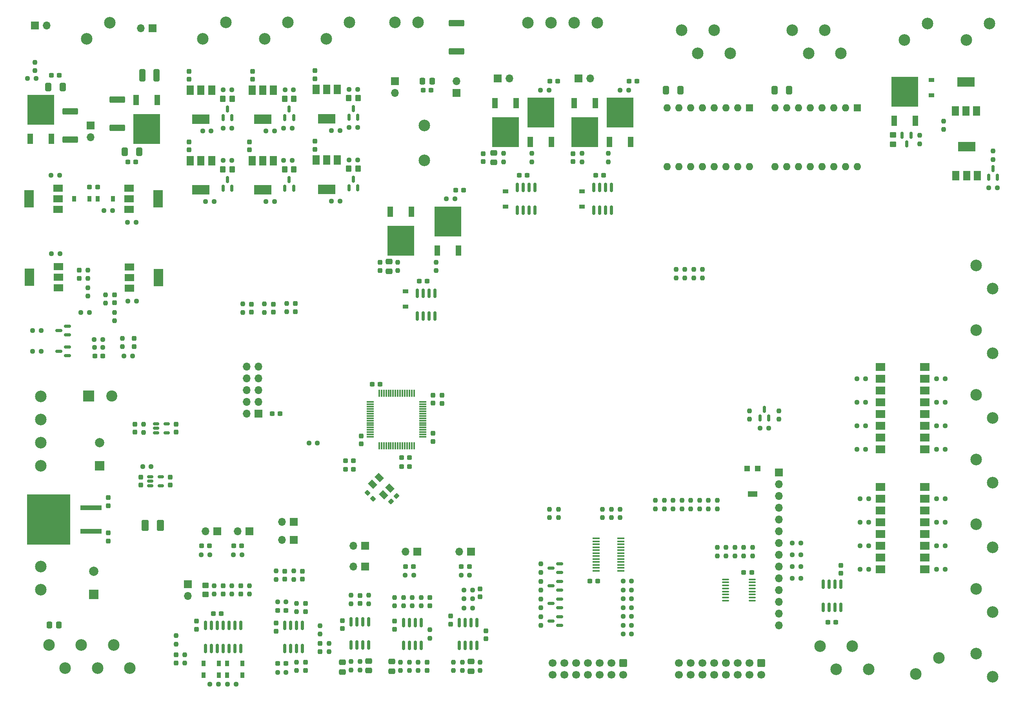
<source format=gts>
G04 #@! TF.GenerationSoftware,KiCad,Pcbnew,6.0.7-f9a2dced07~116~ubuntu22.04.1*
G04 #@! TF.CreationDate,2022-08-10T15:47:32+03:00*
G04 #@! TF.ProjectId,Wirebonder,57697265-626f-46e6-9465-722e6b696361,rev?*
G04 #@! TF.SameCoordinates,Original*
G04 #@! TF.FileFunction,Soldermask,Top*
G04 #@! TF.FilePolarity,Negative*
%FSLAX46Y46*%
G04 Gerber Fmt 4.6, Leading zero omitted, Abs format (unit mm)*
G04 Created by KiCad (PCBNEW 6.0.7-f9a2dced07~116~ubuntu22.04.1) date 2022-08-10 15:47:32*
%MOMM*%
%LPD*%
G01*
G04 APERTURE LIST*
G04 Aperture macros list*
%AMRoundRect*
0 Rectangle with rounded corners*
0 $1 Rounding radius*
0 $2 $3 $4 $5 $6 $7 $8 $9 X,Y pos of 4 corners*
0 Add a 4 corners polygon primitive as box body*
4,1,4,$2,$3,$4,$5,$6,$7,$8,$9,$2,$3,0*
0 Add four circle primitives for the rounded corners*
1,1,$1+$1,$2,$3*
1,1,$1+$1,$4,$5*
1,1,$1+$1,$6,$7*
1,1,$1+$1,$8,$9*
0 Add four rect primitives between the rounded corners*
20,1,$1+$1,$2,$3,$4,$5,0*
20,1,$1+$1,$4,$5,$6,$7,0*
20,1,$1+$1,$6,$7,$8,$9,0*
20,1,$1+$1,$8,$9,$2,$3,0*%
%AMRotRect*
0 Rectangle, with rotation*
0 The origin of the aperture is its center*
0 $1 length*
0 $2 width*
0 $3 Rotation angle, in degrees counterclockwise*
0 Add horizontal line*
21,1,$1,$2,0,0,$3*%
G04 Aperture macros list end*
%ADD10C,2.500000*%
%ADD11RoundRect,0.250000X-0.475000X0.337500X-0.475000X-0.337500X0.475000X-0.337500X0.475000X0.337500X0*%
%ADD12RoundRect,0.237500X-0.250000X-0.237500X0.250000X-0.237500X0.250000X0.237500X-0.250000X0.237500X0*%
%ADD13RoundRect,0.237500X0.237500X-0.300000X0.237500X0.300000X-0.237500X0.300000X-0.237500X-0.300000X0*%
%ADD14RoundRect,0.237500X0.237500X-0.250000X0.237500X0.250000X-0.237500X0.250000X-0.237500X-0.250000X0*%
%ADD15R,1.200000X0.900000*%
%ADD16RoundRect,0.237500X0.250000X0.237500X-0.250000X0.237500X-0.250000X-0.237500X0.250000X-0.237500X0*%
%ADD17R,0.900000X1.200000*%
%ADD18RoundRect,0.237500X-0.300000X-0.237500X0.300000X-0.237500X0.300000X0.237500X-0.300000X0.237500X0*%
%ADD19RoundRect,0.237500X-0.237500X0.250000X-0.237500X-0.250000X0.237500X-0.250000X0.237500X0.250000X0*%
%ADD20R,1.700000X1.700000*%
%ADD21O,1.700000X1.700000*%
%ADD22R,2.000000X1.500000*%
%ADD23R,2.000000X3.800000*%
%ADD24RoundRect,0.237500X-0.044194X-0.380070X0.380070X0.044194X0.044194X0.380070X-0.380070X-0.044194X0*%
%ADD25RoundRect,0.150000X0.587500X0.150000X-0.587500X0.150000X-0.587500X-0.150000X0.587500X-0.150000X0*%
%ADD26RoundRect,0.250000X-0.450000X0.350000X-0.450000X-0.350000X0.450000X-0.350000X0.450000X0.350000X0*%
%ADD27R,1.200000X2.200000*%
%ADD28R,5.800000X6.400000*%
%ADD29RoundRect,0.150000X0.150000X-0.825000X0.150000X0.825000X-0.150000X0.825000X-0.150000X-0.825000X0*%
%ADD30RoundRect,0.250000X-0.600000X0.600000X-0.600000X-0.600000X0.600000X-0.600000X0.600000X0.600000X0*%
%ADD31C,1.700000*%
%ADD32RoundRect,0.237500X0.300000X0.237500X-0.300000X0.237500X-0.300000X-0.237500X0.300000X-0.237500X0*%
%ADD33RoundRect,0.075000X0.075000X-0.700000X0.075000X0.700000X-0.075000X0.700000X-0.075000X-0.700000X0*%
%ADD34RoundRect,0.075000X0.700000X-0.075000X0.700000X0.075000X-0.700000X0.075000X-0.700000X-0.075000X0*%
%ADD35RoundRect,0.237500X-0.237500X0.300000X-0.237500X-0.300000X0.237500X-0.300000X0.237500X0.300000X0*%
%ADD36RoundRect,0.250000X0.475000X-0.337500X0.475000X0.337500X-0.475000X0.337500X-0.475000X-0.337500X0*%
%ADD37R,1.500000X2.000000*%
%ADD38R,3.800000X2.000000*%
%ADD39RoundRect,0.150000X0.150000X-0.587500X0.150000X0.587500X-0.150000X0.587500X-0.150000X-0.587500X0*%
%ADD40RoundRect,0.250000X0.350000X0.450000X-0.350000X0.450000X-0.350000X-0.450000X0.350000X-0.450000X0*%
%ADD41R,1.600000X0.410000*%
%ADD42R,2.000000X2.000000*%
%ADD43C,2.000000*%
%ADD44RoundRect,0.237500X0.380070X-0.044194X-0.044194X0.380070X-0.380070X0.044194X0.044194X-0.380070X0*%
%ADD45RoundRect,0.250000X0.337500X0.475000X-0.337500X0.475000X-0.337500X-0.475000X0.337500X-0.475000X0*%
%ADD46RoundRect,0.250000X-0.412500X-0.650000X0.412500X-0.650000X0.412500X0.650000X-0.412500X0.650000X0*%
%ADD47RoundRect,0.249999X1.425001X-0.450001X1.425001X0.450001X-1.425001X0.450001X-1.425001X-0.450001X0*%
%ADD48R,1.600000X1.600000*%
%ADD49O,1.600000X1.600000*%
%ADD50R,2.000000X1.780000*%
%ADD51RoundRect,0.150000X-0.512500X-0.150000X0.512500X-0.150000X0.512500X0.150000X-0.512500X0.150000X0*%
%ADD52RoundRect,0.250000X0.412500X0.650000X-0.412500X0.650000X-0.412500X-0.650000X0.412500X-0.650000X0*%
%ADD53RoundRect,0.150000X-0.150000X0.587500X-0.150000X-0.587500X0.150000X-0.587500X0.150000X0.587500X0*%
%ADD54RoundRect,0.250000X-0.400000X-1.075000X0.400000X-1.075000X0.400000X1.075000X-0.400000X1.075000X0*%
%ADD55RoundRect,0.250001X0.499999X0.924999X-0.499999X0.924999X-0.499999X-0.924999X0.499999X-0.924999X0*%
%ADD56R,4.600000X1.100000*%
%ADD57R,9.400000X10.800000*%
%ADD58RoundRect,0.250000X-0.337500X-0.475000X0.337500X-0.475000X0.337500X0.475000X-0.337500X0.475000X0*%
%ADD59R,1.300000X1.300000*%
%ADD60R,2.000000X1.300000*%
%ADD61RoundRect,0.150000X-0.150000X0.825000X-0.150000X-0.825000X0.150000X-0.825000X0.150000X0.825000X0*%
%ADD62RotRect,1.600000X1.300000X135.000000*%
%ADD63RoundRect,0.100000X-0.637500X-0.100000X0.637500X-0.100000X0.637500X0.100000X-0.637500X0.100000X0*%
%ADD64R,2.400000X2.400000*%
%ADD65C,2.400000*%
G04 APERTURE END LIST*
D10*
X40640000Y-99180000D03*
X40640000Y-104180000D03*
X40640000Y-109180000D03*
X40640000Y-114180000D03*
X145785000Y-18515000D03*
X150785000Y-18515000D03*
X155785000Y-18515000D03*
X160785000Y-18515000D03*
D11*
X115775000Y-70072500D03*
X115775000Y-72147500D03*
D12*
X202872500Y-135880000D03*
X204697500Y-135880000D03*
D13*
X79960000Y-141822500D03*
X79960000Y-140097500D03*
D14*
X165685000Y-125362500D03*
X165685000Y-123537500D03*
D15*
X140920000Y-54855000D03*
X140920000Y-58155000D03*
D14*
X161875000Y-125362500D03*
X161875000Y-123537500D03*
D16*
X235812500Y-95380000D03*
X233987500Y-95380000D03*
D12*
X79992500Y-48210000D03*
X81817500Y-48210000D03*
D17*
X80850000Y-159375000D03*
X84150000Y-159375000D03*
D18*
X91787500Y-156835000D03*
X93512500Y-156835000D03*
X119330000Y-135880000D03*
X121055000Y-135880000D03*
D19*
X95190000Y-136872500D03*
X95190000Y-138697500D03*
D16*
X235812500Y-110620000D03*
X233987500Y-110620000D03*
D13*
X97095000Y-138647500D03*
X97095000Y-136922500D03*
D12*
X107162500Y-41110000D03*
X108987500Y-41110000D03*
D14*
X140540000Y-48527500D03*
X140540000Y-46702500D03*
D18*
X192355000Y-137150000D03*
X194080000Y-137150000D03*
D12*
X89247500Y-57100000D03*
X91072500Y-57100000D03*
D20*
X117045000Y-31100000D03*
D21*
X117045000Y-33640000D03*
D14*
X152350000Y-125362500D03*
X152350000Y-123537500D03*
D19*
X186640000Y-131792500D03*
X186640000Y-133617500D03*
D22*
X44370000Y-58805000D03*
X44370000Y-56505000D03*
X44370000Y-54205000D03*
D23*
X38070000Y-56505000D03*
D17*
X56205000Y-56505000D03*
X52905000Y-56505000D03*
D24*
X116180120Y-121884880D03*
X117399880Y-120665120D03*
D14*
X146635000Y-48527500D03*
X146635000Y-46702500D03*
D19*
X148540000Y-146755000D03*
X148540000Y-148580000D03*
D16*
X91072500Y-41860000D03*
X89247500Y-41860000D03*
D20*
X87585000Y-102855000D03*
D21*
X85045000Y-102855000D03*
X87585000Y-100315000D03*
X85045000Y-100315000D03*
X87585000Y-97775000D03*
X85045000Y-97775000D03*
X87585000Y-95235000D03*
X85045000Y-95235000D03*
X87585000Y-92695000D03*
X85045000Y-92695000D03*
D18*
X75287500Y-131435000D03*
X77012500Y-131435000D03*
D10*
X117085000Y-18415000D03*
X122085000Y-18415000D03*
D19*
X69800000Y-150842500D03*
X69800000Y-152667500D03*
D25*
X46392500Y-90355000D03*
X46392500Y-88455000D03*
X44517500Y-89405000D03*
D10*
X189465000Y-25080000D03*
X185965000Y-20080000D03*
X182465000Y-25080000D03*
X178965000Y-20080000D03*
D18*
X82272500Y-131435000D03*
X83997500Y-131435000D03*
D10*
X245385000Y-18675000D03*
X240385000Y-22175000D03*
X246060000Y-145730000D03*
X242560000Y-140730000D03*
X40640000Y-140930000D03*
X40640000Y-135930000D03*
D26*
X224605000Y-42710000D03*
X224605000Y-44710000D03*
D18*
X143867500Y-51425000D03*
X145592500Y-51425000D03*
D27*
X146260000Y-44195000D03*
D28*
X148540000Y-37895000D03*
D27*
X150820000Y-44195000D03*
D29*
X130982500Y-152960000D03*
X132252500Y-152960000D03*
X133522500Y-152960000D03*
X134792500Y-152960000D03*
X134792500Y-148010000D03*
X133522500Y-148010000D03*
X132252500Y-148010000D03*
X130982500Y-148010000D03*
D30*
X196165000Y-156717500D03*
D31*
X196165000Y-159257500D03*
X193625000Y-156717500D03*
X193625000Y-159257500D03*
X191085000Y-156717500D03*
X191085000Y-159257500D03*
X188545000Y-156717500D03*
X188545000Y-159257500D03*
X186005000Y-156717500D03*
X186005000Y-159257500D03*
X183465000Y-156717500D03*
X183465000Y-159257500D03*
X180925000Y-156717500D03*
X180925000Y-159257500D03*
X178385000Y-156717500D03*
X178385000Y-159257500D03*
D19*
X173305000Y-121632500D03*
X173305000Y-123457500D03*
D10*
X246060000Y-103820000D03*
X242560000Y-98820000D03*
D19*
X107621250Y-142091250D03*
X107621250Y-143916250D03*
D16*
X219302500Y-136500000D03*
X217477500Y-136500000D03*
D14*
X95825000Y-145682500D03*
X95825000Y-143857500D03*
D12*
X107162500Y-48095000D03*
X108987500Y-48095000D03*
D20*
X85675000Y-128260000D03*
D21*
X83135000Y-128260000D03*
D16*
X61182500Y-61585000D03*
X59357500Y-61585000D03*
D19*
X100915000Y-148660000D03*
X100915000Y-150485000D03*
D32*
X52877500Y-53965000D03*
X51152500Y-53965000D03*
D16*
X105177500Y-56985000D03*
X103352500Y-56985000D03*
D14*
X85675000Y-141872500D03*
X85675000Y-140047500D03*
D33*
X113675000Y-109805000D03*
X114175000Y-109805000D03*
X114675000Y-109805000D03*
X115175000Y-109805000D03*
X115675000Y-109805000D03*
X116175000Y-109805000D03*
X116675000Y-109805000D03*
X117175000Y-109805000D03*
X117675000Y-109805000D03*
X118175000Y-109805000D03*
X118675000Y-109805000D03*
X119175000Y-109805000D03*
X119675000Y-109805000D03*
X120175000Y-109805000D03*
X120675000Y-109805000D03*
X121175000Y-109805000D03*
D34*
X123100000Y-107880000D03*
X123100000Y-107380000D03*
X123100000Y-106880000D03*
X123100000Y-106380000D03*
X123100000Y-105880000D03*
X123100000Y-105380000D03*
X123100000Y-104880000D03*
X123100000Y-104380000D03*
X123100000Y-103880000D03*
X123100000Y-103380000D03*
X123100000Y-102880000D03*
X123100000Y-102380000D03*
X123100000Y-101880000D03*
X123100000Y-101380000D03*
X123100000Y-100880000D03*
X123100000Y-100380000D03*
D33*
X121175000Y-98455000D03*
X120675000Y-98455000D03*
X120175000Y-98455000D03*
X119675000Y-98455000D03*
X119175000Y-98455000D03*
X118675000Y-98455000D03*
X118175000Y-98455000D03*
X117675000Y-98455000D03*
X117175000Y-98455000D03*
X116675000Y-98455000D03*
X116175000Y-98455000D03*
X115675000Y-98455000D03*
X115175000Y-98455000D03*
X114675000Y-98455000D03*
X114175000Y-98455000D03*
X113675000Y-98455000D03*
D34*
X111750000Y-100380000D03*
X111750000Y-100880000D03*
X111750000Y-101380000D03*
X111750000Y-101880000D03*
X111750000Y-102380000D03*
X111750000Y-102880000D03*
X111750000Y-103380000D03*
X111750000Y-103880000D03*
X111750000Y-104380000D03*
X111750000Y-104880000D03*
X111750000Y-105380000D03*
X111750000Y-105880000D03*
X111750000Y-106380000D03*
X111750000Y-106880000D03*
X111750000Y-107380000D03*
X111750000Y-107880000D03*
D10*
X232050000Y-18675000D03*
X227050000Y-22175000D03*
D19*
X148540000Y-142945000D03*
X148540000Y-144770000D03*
D35*
X124632500Y-142637500D03*
X124632500Y-144362500D03*
D12*
X166320000Y-142865000D03*
X168145000Y-142865000D03*
D16*
X235812500Y-136500000D03*
X233987500Y-136500000D03*
D36*
X111431250Y-158368750D03*
X111431250Y-156293750D03*
D37*
X90832500Y-48235000D03*
X88532500Y-48235000D03*
X86232500Y-48235000D03*
D38*
X88532500Y-54535000D03*
D19*
X135427500Y-156557500D03*
X135427500Y-158382500D03*
D37*
X238045000Y-37545000D03*
X240345000Y-37545000D03*
X242645000Y-37545000D03*
D38*
X240345000Y-31245000D03*
D29*
X143460000Y-58980000D03*
X144730000Y-58980000D03*
X146000000Y-58980000D03*
X147270000Y-58980000D03*
X147270000Y-54030000D03*
X146000000Y-54030000D03*
X144730000Y-54030000D03*
X143460000Y-54030000D03*
D27*
X126195000Y-67690000D03*
D28*
X128475000Y-61390000D03*
D27*
X130755000Y-67690000D03*
D20*
X156670000Y-30470000D03*
D21*
X159210000Y-30470000D03*
D13*
X72650000Y-30657500D03*
X72650000Y-28932500D03*
X68530000Y-118337500D03*
X68530000Y-116612500D03*
D29*
X121897500Y-81840000D03*
X123167500Y-81840000D03*
X124437500Y-81840000D03*
X125707500Y-81840000D03*
X125707500Y-76890000D03*
X124437500Y-76890000D03*
X123167500Y-76890000D03*
X121897500Y-76890000D03*
D19*
X131617500Y-156557500D03*
X131617500Y-158382500D03*
D18*
X123167500Y-33010000D03*
X124892500Y-33010000D03*
D39*
X107125000Y-54112500D03*
X109025000Y-54112500D03*
X108075000Y-52237500D03*
D12*
X54277500Y-59045000D03*
X56102500Y-59045000D03*
D20*
X64720000Y-19675000D03*
D21*
X62180000Y-19675000D03*
D40*
X95247500Y-34875000D03*
X93247500Y-34875000D03*
D14*
X81865000Y-141872500D03*
X81865000Y-140047500D03*
D19*
X184735000Y-121632500D03*
X184735000Y-123457500D03*
D39*
X79955000Y-54227500D03*
X81855000Y-54227500D03*
X80905000Y-52352500D03*
D19*
X181560000Y-71745000D03*
X181560000Y-73570000D03*
D12*
X37772500Y-30470000D03*
X39597500Y-30470000D03*
D16*
X44672500Y-51425000D03*
X42847500Y-51425000D03*
D35*
X136697500Y-149768750D03*
X136697500Y-151493750D03*
D16*
X235812500Y-105540000D03*
X233987500Y-105540000D03*
D12*
X202872500Y-133340000D03*
X204697500Y-133340000D03*
X166320000Y-144770000D03*
X168145000Y-144770000D03*
D16*
X108987500Y-32855000D03*
X107162500Y-32855000D03*
X95160000Y-32970000D03*
X93335000Y-32970000D03*
D41*
X165799300Y-136832500D03*
X165799300Y-136197500D03*
X165799300Y-135562500D03*
X165799300Y-134927500D03*
X165799300Y-134292500D03*
X165799300Y-133657500D03*
X165799300Y-133022500D03*
X165799300Y-132387500D03*
X165799300Y-131752500D03*
X165799300Y-131117500D03*
X165799300Y-130482500D03*
X165799300Y-129847500D03*
X160490700Y-129847500D03*
X160490700Y-130482500D03*
X160490700Y-131117500D03*
X160490700Y-131752500D03*
X160490700Y-132387500D03*
X160490700Y-133022500D03*
X160490700Y-133657500D03*
X160490700Y-134292500D03*
X160490700Y-134927500D03*
X160490700Y-135562500D03*
X160490700Y-136197500D03*
X160490700Y-136832500D03*
D12*
X166320000Y-140960000D03*
X168145000Y-140960000D03*
D26*
X76150000Y-139960000D03*
X76150000Y-141960000D03*
D19*
X117680000Y-70197500D03*
X117680000Y-72022500D03*
D13*
X105716250Y-149303750D03*
X105716250Y-147578750D03*
D19*
X58210000Y-86597500D03*
X58210000Y-88422500D03*
D35*
X135427500Y-140732500D03*
X135427500Y-142457500D03*
D27*
X224865000Y-39655000D03*
D28*
X227145000Y-33355000D03*
D27*
X229425000Y-39655000D03*
D37*
X77490000Y-48235000D03*
X75190000Y-48235000D03*
X72890000Y-48235000D03*
D38*
X75190000Y-54535000D03*
D13*
X69800000Y-106907500D03*
X69800000Y-105182500D03*
D40*
X109075000Y-50000000D03*
X107075000Y-50000000D03*
D10*
X42365000Y-152870000D03*
X45865000Y-157870000D03*
X49365000Y-152870000D03*
X52865000Y-157870000D03*
X56365000Y-152870000D03*
X59865000Y-157870000D03*
D37*
X77490000Y-32995000D03*
X75190000Y-32995000D03*
X72890000Y-32995000D03*
D38*
X75190000Y-39295000D03*
D20*
X139265000Y-30470000D03*
D21*
X141805000Y-30470000D03*
D40*
X81905000Y-50115000D03*
X79905000Y-50115000D03*
D18*
X106402500Y-114925000D03*
X108127500Y-114925000D03*
D40*
X81905000Y-34875000D03*
X79905000Y-34875000D03*
D10*
X213365000Y-25080000D03*
X209865000Y-20080000D03*
X206365000Y-25080000D03*
X202865000Y-20080000D03*
D19*
X179655000Y-71745000D03*
X179655000Y-73570000D03*
D18*
X130152500Y-54600000D03*
X131877500Y-54600000D03*
D14*
X118917500Y-144412500D03*
X118917500Y-142587500D03*
D16*
X61237500Y-78580000D03*
X59412500Y-78580000D03*
D22*
X59710000Y-71200000D03*
X59710000Y-73500000D03*
X59710000Y-75800000D03*
D23*
X66010000Y-73500000D03*
D42*
X53340000Y-114127677D03*
D43*
X53340000Y-109127677D03*
D12*
X128197500Y-56505000D03*
X130022500Y-56505000D03*
D29*
X107621250Y-152821250D03*
X108891250Y-152821250D03*
X110161250Y-152821250D03*
X111431250Y-152821250D03*
X111431250Y-147871250D03*
X110161250Y-147871250D03*
X108891250Y-147871250D03*
X107621250Y-147871250D03*
D16*
X218667500Y-105540000D03*
X216842500Y-105540000D03*
X235812500Y-100460000D03*
X233987500Y-100460000D03*
D17*
X79070000Y-156835000D03*
X75770000Y-156835000D03*
D35*
X109805000Y-107712500D03*
X109805000Y-109437500D03*
D44*
X112319880Y-121249880D03*
X111100120Y-120030120D03*
D30*
X166320000Y-156717500D03*
D31*
X166320000Y-159257500D03*
X163780000Y-156717500D03*
X163780000Y-159257500D03*
X161240000Y-156717500D03*
X161240000Y-159257500D03*
X158700000Y-156717500D03*
X158700000Y-159257500D03*
X156160000Y-156717500D03*
X156160000Y-159257500D03*
X153620000Y-156717500D03*
X153620000Y-159257500D03*
X151080000Y-156717500D03*
X151080000Y-159257500D03*
D42*
X52070000Y-141885354D03*
D43*
X52070000Y-136885354D03*
D13*
X55195000Y-122772500D03*
X55195000Y-121047500D03*
D39*
X93297500Y-54227500D03*
X95197500Y-54227500D03*
X94247500Y-52352500D03*
D13*
X83770000Y-141822500D03*
X83770000Y-140097500D03*
D22*
X44420000Y-75732500D03*
X44420000Y-73432500D03*
X44420000Y-71132500D03*
D23*
X38120000Y-73432500D03*
D10*
X107265000Y-18405000D03*
X102265000Y-21905000D03*
D12*
X202872500Y-138420000D03*
X204697500Y-138420000D03*
D19*
X177750000Y-71745000D03*
X177750000Y-73570000D03*
D13*
X125270000Y-100612500D03*
X125270000Y-98887500D03*
D10*
X229495000Y-159105000D03*
X234495000Y-155605000D03*
D14*
X199975000Y-104105000D03*
X199975000Y-102280000D03*
D16*
X40657500Y-89405000D03*
X38832500Y-89405000D03*
X219302500Y-121260000D03*
X217477500Y-121260000D03*
D19*
X122092500Y-156557500D03*
X122092500Y-158382500D03*
D14*
X54610000Y-79017500D03*
X54610000Y-77192500D03*
D17*
X51125000Y-56505000D03*
X47825000Y-56505000D03*
D16*
X197712500Y-106035000D03*
X195887500Y-106035000D03*
D19*
X91380000Y-136872500D03*
X91380000Y-138697500D03*
D13*
X60750000Y-88372500D03*
X60750000Y-86647500D03*
D18*
X150472500Y-31105000D03*
X152197500Y-31105000D03*
D10*
X246060000Y-159700000D03*
X242560000Y-154700000D03*
D19*
X120187500Y-156557500D03*
X120187500Y-158382500D03*
D13*
X117012500Y-149442500D03*
X117012500Y-147717500D03*
D35*
X129077500Y-146593750D03*
X129077500Y-148318750D03*
D13*
X90805000Y-80966000D03*
X90805000Y-79241000D03*
X125270000Y-108867500D03*
X125270000Y-107142500D03*
D12*
X166320000Y-146675000D03*
X168145000Y-146675000D03*
D45*
X44537500Y-148500000D03*
X42462500Y-148500000D03*
D12*
X91737500Y-143500000D03*
X93562500Y-143500000D03*
D19*
X50800000Y-75695000D03*
X50800000Y-77520000D03*
X71705000Y-154930000D03*
X71705000Y-156755000D03*
D35*
X113870000Y-70247500D03*
X113870000Y-71972500D03*
D14*
X194260000Y-133617500D03*
X194260000Y-131792500D03*
D16*
X93562500Y-158740000D03*
X91737500Y-158740000D03*
D19*
X111431250Y-142091250D03*
X111431250Y-143916250D03*
D46*
X42197500Y-32375000D03*
X45322500Y-32375000D03*
D13*
X97730000Y-145632500D03*
X97730000Y-143907500D03*
D16*
X94882500Y-41225000D03*
X93057500Y-41225000D03*
D14*
X193625000Y-104105000D03*
X193625000Y-102280000D03*
D13*
X69800000Y-156705000D03*
X69800000Y-154980000D03*
D19*
X78055000Y-140047500D03*
X78055000Y-141872500D03*
D25*
X152652500Y-148617500D03*
X152652500Y-146717500D03*
X150777500Y-147667500D03*
D19*
X179020000Y-121632500D03*
X179020000Y-123457500D03*
D16*
X218667500Y-110620000D03*
X216842500Y-110620000D03*
D20*
X95200000Y-126228000D03*
D21*
X92660000Y-126228000D03*
D14*
X190450000Y-133617500D03*
X190450000Y-131792500D03*
D16*
X100327000Y-109210000D03*
X98502000Y-109210000D03*
D47*
X57095000Y-41140000D03*
X57095000Y-35040000D03*
D13*
X86350000Y-30657500D03*
X86350000Y-28932500D03*
D20*
X95195000Y-130165000D03*
D21*
X92655000Y-130165000D03*
D14*
X129712500Y-158382500D03*
X129712500Y-156557500D03*
D12*
X49252500Y-81052500D03*
X51077500Y-81052500D03*
D20*
X78695000Y-128260000D03*
D21*
X76155000Y-128260000D03*
D19*
X182830000Y-121632500D03*
X182830000Y-123457500D03*
D47*
X130380000Y-24630000D03*
X130380000Y-18530000D03*
D15*
X157430000Y-54855000D03*
X157430000Y-58155000D03*
D20*
X39310000Y-19040000D03*
D21*
X41850000Y-19040000D03*
D16*
X168145000Y-139055000D03*
X166320000Y-139055000D03*
D35*
X72650000Y-44172500D03*
X72650000Y-45897500D03*
X85675000Y-44172500D03*
X85675000Y-45897500D03*
D25*
X152652500Y-144807500D03*
X152652500Y-142907500D03*
X150777500Y-143857500D03*
D12*
X202872500Y-130800000D03*
X204697500Y-130800000D03*
D20*
X72340000Y-139685000D03*
D21*
X72340000Y-142225000D03*
D48*
X216890000Y-36830000D03*
D49*
X214350000Y-36830000D03*
X211810000Y-36830000D03*
X209270000Y-36830000D03*
X206730000Y-36830000D03*
X204190000Y-36830000D03*
X201650000Y-36830000D03*
X199110000Y-36830000D03*
X199110000Y-49530000D03*
X201650000Y-49530000D03*
X204190000Y-49530000D03*
X206730000Y-49530000D03*
X209270000Y-49530000D03*
X211810000Y-49530000D03*
X214350000Y-49530000D03*
X216890000Y-49530000D03*
D19*
X177115000Y-121632500D03*
X177115000Y-123457500D03*
D12*
X165662500Y-33010000D03*
X167487500Y-33010000D03*
D29*
X159970000Y-58980000D03*
X161240000Y-58980000D03*
X162510000Y-58980000D03*
X163780000Y-58980000D03*
X163780000Y-54030000D03*
X162510000Y-54030000D03*
X161240000Y-54030000D03*
X159970000Y-54030000D03*
D12*
X93057500Y-48210000D03*
X94882500Y-48210000D03*
D16*
X219302500Y-131420000D03*
X217477500Y-131420000D03*
D17*
X84150000Y-156835000D03*
X80850000Y-156835000D03*
D50*
X231410000Y-110620000D03*
X231410000Y-108080000D03*
X231410000Y-105540000D03*
X231410000Y-103000000D03*
X231410000Y-100460000D03*
X231410000Y-97920000D03*
X231410000Y-95380000D03*
X231410000Y-92840000D03*
X221880000Y-92840000D03*
X221880000Y-95380000D03*
X221880000Y-97920000D03*
X221880000Y-100460000D03*
X221880000Y-103000000D03*
X221880000Y-105540000D03*
X221880000Y-108080000D03*
X221880000Y-110620000D03*
D40*
X109075000Y-34760000D03*
X107075000Y-34760000D03*
D37*
X104660000Y-48120000D03*
X102360000Y-48120000D03*
X100060000Y-48120000D03*
D38*
X102360000Y-54420000D03*
D51*
X64217500Y-116525000D03*
X64217500Y-117475000D03*
X64217500Y-118425000D03*
X66492500Y-118425000D03*
X66492500Y-116525000D03*
D18*
X160377500Y-51425000D03*
X162102500Y-51425000D03*
D29*
X93285000Y-153595000D03*
X94555000Y-153595000D03*
X95825000Y-153595000D03*
X97095000Y-153595000D03*
X97095000Y-148645000D03*
X95825000Y-148645000D03*
X94555000Y-148645000D03*
X93285000Y-148645000D03*
D19*
X109526250Y-156418750D03*
X109526250Y-158243750D03*
D16*
X77372500Y-41860000D03*
X75547500Y-41860000D03*
X218667500Y-100460000D03*
X216842500Y-100460000D03*
D20*
X199975000Y-115560000D03*
D21*
X199975000Y-118100000D03*
X199975000Y-120640000D03*
X199975000Y-123180000D03*
X199975000Y-125720000D03*
X199975000Y-128260000D03*
X199975000Y-130800000D03*
X199975000Y-133340000D03*
X199975000Y-135880000D03*
X199975000Y-138420000D03*
X199975000Y-140960000D03*
X199975000Y-143500000D03*
X199975000Y-146040000D03*
X199975000Y-148580000D03*
D52*
X202172500Y-33010000D03*
X199047500Y-33010000D03*
D16*
X219302500Y-126340000D03*
X217477500Y-126340000D03*
D19*
X246195000Y-46182500D03*
X246195000Y-48007500D03*
D12*
X166320000Y-148580000D03*
X168145000Y-148580000D03*
D47*
X46935000Y-43680000D03*
X46935000Y-37580000D03*
D39*
X195850000Y-103797500D03*
X197750000Y-103797500D03*
X196800000Y-101922500D03*
D27*
X163405000Y-44195000D03*
D28*
X165685000Y-37895000D03*
D27*
X167965000Y-44195000D03*
D39*
X245245000Y-51842500D03*
X247145000Y-51842500D03*
X246195000Y-49967500D03*
X107125000Y-38872500D03*
X109025000Y-38872500D03*
X108075000Y-36997500D03*
D19*
X125935000Y-70197500D03*
X125935000Y-72022500D03*
D15*
X232860000Y-30840000D03*
X232860000Y-34140000D03*
D32*
X120192500Y-112385000D03*
X118467500Y-112385000D03*
D12*
X245282500Y-54080000D03*
X247107500Y-54080000D03*
D27*
X38305000Y-43560000D03*
D28*
X40585000Y-37260000D03*
D27*
X42865000Y-43560000D03*
D19*
X148540000Y-135325000D03*
X148540000Y-137150000D03*
D32*
X92252500Y-102860000D03*
X90527500Y-102860000D03*
D13*
X123997500Y-158332500D03*
X123997500Y-156607500D03*
D48*
X193625000Y-36830000D03*
D49*
X191085000Y-36830000D03*
X188545000Y-36830000D03*
X186005000Y-36830000D03*
X183465000Y-36830000D03*
X180925000Y-36830000D03*
X178385000Y-36830000D03*
X175845000Y-36830000D03*
X175845000Y-49530000D03*
X178385000Y-49530000D03*
X180925000Y-49530000D03*
X183465000Y-49530000D03*
X186005000Y-49530000D03*
X188545000Y-49530000D03*
X191085000Y-49530000D03*
X193625000Y-49530000D03*
D20*
X110667500Y-135880000D03*
D21*
X108127500Y-135880000D03*
D14*
X188545000Y-133617500D03*
X188545000Y-131792500D03*
D53*
X228475000Y-42772500D03*
X226575000Y-42772500D03*
X227525000Y-44647500D03*
D32*
X61132500Y-48504000D03*
X59407500Y-48504000D03*
D11*
X138380000Y-46577500D03*
X138380000Y-48652500D03*
D16*
X64412500Y-114300000D03*
X62587500Y-114300000D03*
D32*
X113842500Y-96510000D03*
X112117500Y-96510000D03*
D12*
X131975000Y-142865000D03*
X133800000Y-142865000D03*
D16*
X218667500Y-95380000D03*
X216842500Y-95380000D03*
D10*
X123395000Y-40690000D03*
X123395000Y-48190000D03*
D52*
X61832500Y-46345000D03*
X58707500Y-46345000D03*
D13*
X100915000Y-154245000D03*
X100915000Y-152520000D03*
D52*
X178677500Y-33010000D03*
X175552500Y-33010000D03*
D18*
X91787500Y-145405000D03*
X93512500Y-145405000D03*
D12*
X80952500Y-161280000D03*
X82777500Y-161280000D03*
D19*
X235535000Y-39717500D03*
X235535000Y-41542500D03*
D16*
X40657500Y-84960000D03*
X38832500Y-84960000D03*
D54*
X62530000Y-29835000D03*
X65630000Y-29835000D03*
D14*
X163145000Y-48527500D03*
X163145000Y-46702500D03*
D10*
X80595000Y-18405000D03*
X75595000Y-21905000D03*
D13*
X56515000Y-78967500D03*
X56515000Y-77242500D03*
D10*
X208810000Y-153065000D03*
X212310000Y-158065000D03*
X215810000Y-153065000D03*
X219310000Y-158065000D03*
D55*
X66395000Y-127000000D03*
X63145000Y-127000000D03*
D19*
X124632500Y-149572500D03*
X124632500Y-151397500D03*
D16*
X77062500Y-133340000D03*
X75237500Y-133340000D03*
D19*
X102820000Y-152470000D03*
X102820000Y-154295000D03*
D37*
X90832500Y-32995000D03*
X88532500Y-32995000D03*
X86232500Y-32995000D03*
D38*
X88532500Y-39295000D03*
D39*
X79955000Y-38987500D03*
X81855000Y-38987500D03*
X80905000Y-37112500D03*
D19*
X148540000Y-139135000D03*
X148540000Y-140960000D03*
D14*
X93676000Y-80912500D03*
X93676000Y-79087500D03*
D35*
X155525000Y-46752500D03*
X155525000Y-48477500D03*
D19*
X175210000Y-121632500D03*
X175210000Y-123457500D03*
D50*
X231410000Y-136500000D03*
X231410000Y-133960000D03*
X231410000Y-131420000D03*
X231410000Y-128880000D03*
X231410000Y-126340000D03*
X231410000Y-123800000D03*
X231410000Y-121260000D03*
X231410000Y-118720000D03*
X221880000Y-118720000D03*
X221880000Y-121260000D03*
X221880000Y-123800000D03*
X221880000Y-126340000D03*
X221880000Y-128880000D03*
X221880000Y-131420000D03*
X221880000Y-133960000D03*
X221880000Y-136500000D03*
D13*
X62180000Y-118337500D03*
X62180000Y-116612500D03*
D56*
X51445000Y-128260000D03*
D57*
X42295000Y-125720000D03*
D56*
X51445000Y-123180000D03*
D16*
X84047500Y-133340000D03*
X82222500Y-133340000D03*
D19*
X56520000Y-81002500D03*
X56520000Y-82827500D03*
D58*
X122992500Y-31105000D03*
X125067500Y-31105000D03*
D59*
X195410000Y-114715000D03*
D60*
X194260000Y-120215000D03*
D59*
X193110000Y-114715000D03*
D10*
X246060000Y-131760000D03*
X242560000Y-126760000D03*
D11*
X133522500Y-156432500D03*
X133522500Y-158507500D03*
D14*
X39320000Y-28842500D03*
X39320000Y-27017500D03*
D40*
X95247500Y-50115000D03*
X93247500Y-50115000D03*
D12*
X131335000Y-137785000D03*
X133160000Y-137785000D03*
D13*
X48895000Y-73660000D03*
X48895000Y-71935000D03*
D32*
X53980000Y-90445000D03*
X52255000Y-90445000D03*
D13*
X109526250Y-143866250D03*
X109526250Y-142141250D03*
D19*
X50800000Y-71885000D03*
X50800000Y-73710000D03*
D27*
X160345000Y-35795000D03*
D28*
X158065000Y-42095000D03*
D27*
X155785000Y-35795000D03*
D61*
X83770000Y-148645000D03*
X82500000Y-148645000D03*
X81230000Y-148645000D03*
X79960000Y-148645000D03*
X78690000Y-148645000D03*
X77420000Y-148645000D03*
X76150000Y-148645000D03*
X76150000Y-153595000D03*
X77420000Y-153595000D03*
X78690000Y-153595000D03*
X79960000Y-153595000D03*
X81230000Y-153595000D03*
X82500000Y-153595000D03*
X83770000Y-153595000D03*
D13*
X74245000Y-149442500D03*
X74245000Y-147717500D03*
D62*
X115983833Y-119004619D03*
X113650381Y-116671167D03*
X112236167Y-118085381D03*
X114569619Y-120418833D03*
D13*
X95581000Y-80862500D03*
X95581000Y-79137500D03*
D16*
X235812500Y-131420000D03*
X233987500Y-131420000D03*
D14*
X88860000Y-81016000D03*
X88860000Y-79191000D03*
X186640000Y-123457500D03*
X186640000Y-121632500D03*
D10*
X246060000Y-117790000D03*
X242560000Y-112790000D03*
D14*
X163780000Y-125362500D03*
X163780000Y-123537500D03*
D12*
X166320000Y-150485000D03*
X168145000Y-150485000D03*
D19*
X180925000Y-121632500D03*
X180925000Y-123457500D03*
D13*
X55195000Y-130392500D03*
X55195000Y-128667500D03*
D32*
X120192500Y-114290000D03*
X118467500Y-114290000D03*
D16*
X81817500Y-41225000D03*
X79992500Y-41225000D03*
D51*
X65487500Y-105095000D03*
X65487500Y-106045000D03*
X65487500Y-106995000D03*
X67762500Y-106995000D03*
X67762500Y-105095000D03*
D10*
X93930000Y-18405000D03*
X88930000Y-21905000D03*
D16*
X78967500Y-161280000D03*
X77142500Y-161280000D03*
D10*
X55515000Y-18445000D03*
X50515000Y-21945000D03*
D63*
X188450000Y-138685000D03*
X188450000Y-139335000D03*
X188450000Y-139985000D03*
X188450000Y-140635000D03*
X188450000Y-141285000D03*
X188450000Y-141935000D03*
X188450000Y-142585000D03*
X188450000Y-143235000D03*
X194175000Y-143235000D03*
X194175000Y-142585000D03*
X194175000Y-141935000D03*
X194175000Y-141285000D03*
X194175000Y-140635000D03*
X194175000Y-139985000D03*
X194175000Y-139335000D03*
X194175000Y-138685000D03*
D25*
X152652500Y-140997500D03*
X152652500Y-139097500D03*
X150777500Y-140047500D03*
D35*
X97730000Y-156607500D03*
X97730000Y-158332500D03*
D39*
X93297500Y-38987500D03*
X95197500Y-38987500D03*
X94247500Y-37112500D03*
D13*
X127204000Y-100674500D03*
X127204000Y-98949500D03*
D14*
X118282500Y-158382500D03*
X118282500Y-156557500D03*
X107621250Y-158243750D03*
X107621250Y-156418750D03*
D20*
X133522500Y-132705000D03*
D21*
X130982500Y-132705000D03*
D37*
X238180000Y-51515000D03*
X240480000Y-51515000D03*
X242780000Y-51515000D03*
D38*
X240480000Y-45215000D03*
D16*
X81817500Y-32970000D03*
X79992500Y-32970000D03*
D27*
X143200000Y-35795000D03*
D28*
X140920000Y-42095000D03*
D27*
X138640000Y-35795000D03*
D13*
X86079500Y-80966000D03*
X86079500Y-79241000D03*
D14*
X192355000Y-133617500D03*
X192355000Y-131792500D03*
D32*
X160832500Y-139055000D03*
X159107500Y-139055000D03*
D16*
X235812500Y-121260000D03*
X233987500Y-121260000D03*
D18*
X167617500Y-31105000D03*
X169342500Y-31105000D03*
D14*
X157430000Y-48527500D03*
X157430000Y-46702500D03*
D17*
X75770000Y-159375000D03*
X79070000Y-159375000D03*
D32*
X79552500Y-146040000D03*
X77827500Y-146040000D03*
D25*
X152652500Y-137187500D03*
X152652500Y-135287500D03*
X150777500Y-136237500D03*
D20*
X130380000Y-33650000D03*
D21*
X130380000Y-31110000D03*
D14*
X62815000Y-106957500D03*
X62815000Y-105132500D03*
D19*
X183465000Y-71745000D03*
X183465000Y-73570000D03*
D18*
X131385000Y-135880000D03*
X133110000Y-135880000D03*
D20*
X51380000Y-40625000D03*
D21*
X51380000Y-43165000D03*
D61*
X213310000Y-139755000D03*
X212040000Y-139755000D03*
X210770000Y-139755000D03*
X209500000Y-139755000D03*
X209500000Y-144705000D03*
X210770000Y-144705000D03*
X212040000Y-144705000D03*
X213310000Y-144705000D03*
D14*
X117012500Y-144412500D03*
X117012500Y-142587500D03*
D16*
X235812500Y-126340000D03*
X233987500Y-126340000D03*
D14*
X84174500Y-81016000D03*
X84174500Y-79191000D03*
X122727500Y-144412500D03*
X122727500Y-142587500D03*
D27*
X65725000Y-35160000D03*
D28*
X63445000Y-41460000D03*
D27*
X61165000Y-35160000D03*
D18*
X42902500Y-29835000D03*
X44627500Y-29835000D03*
D12*
X131975000Y-140960000D03*
X133800000Y-140960000D03*
D13*
X99820000Y-30542500D03*
X99820000Y-28817500D03*
X60910000Y-106907500D03*
X60910000Y-105182500D03*
D10*
X246060000Y-75880000D03*
X242560000Y-70880000D03*
D16*
X105177500Y-41745000D03*
X103352500Y-41745000D03*
D10*
X246060000Y-89850000D03*
X242560000Y-84850000D03*
D29*
X118917500Y-152960000D03*
X120187500Y-152960000D03*
X121457500Y-152960000D03*
X122727500Y-152960000D03*
X122727500Y-148010000D03*
X121457500Y-148010000D03*
X120187500Y-148010000D03*
X118917500Y-148010000D03*
D27*
X120595000Y-59290000D03*
D28*
X118315000Y-65590000D03*
D27*
X116035000Y-59290000D03*
D13*
X91380000Y-149850000D03*
X91380000Y-148125000D03*
D64*
X50966041Y-99050000D03*
D65*
X55966041Y-99050000D03*
D35*
X136095000Y-46752500D03*
X136095000Y-48477500D03*
D13*
X93285000Y-138647500D03*
X93285000Y-136922500D03*
D18*
X106402500Y-113020000D03*
X108127500Y-113020000D03*
D13*
X213310000Y-137377500D03*
X213310000Y-135652500D03*
D16*
X78007500Y-57100000D03*
X76182500Y-57100000D03*
D18*
X122305000Y-74285000D03*
X124030000Y-74285000D03*
D16*
X133800000Y-144916250D03*
X131975000Y-144916250D03*
D14*
X150445000Y-125362500D03*
X150445000Y-123537500D03*
D22*
X59660000Y-54205000D03*
X59660000Y-56505000D03*
X59660000Y-58805000D03*
D23*
X65960000Y-56505000D03*
D18*
X210542500Y-147945000D03*
X212267500Y-147945000D03*
D37*
X104660000Y-32880000D03*
X102360000Y-32880000D03*
X100060000Y-32880000D03*
D38*
X102360000Y-39180000D03*
D11*
X116377500Y-156432500D03*
X116377500Y-158507500D03*
D20*
X121875000Y-132705000D03*
D21*
X119335000Y-132705000D03*
D14*
X95825000Y-158382500D03*
X95825000Y-156557500D03*
D12*
X119275000Y-137785000D03*
X121100000Y-137785000D03*
D16*
X53992500Y-86865000D03*
X52167500Y-86865000D03*
D19*
X230320000Y-42797500D03*
X230320000Y-44622500D03*
X120822500Y-142587500D03*
X120822500Y-144412500D03*
D25*
X46392500Y-85910000D03*
X46392500Y-84010000D03*
X44517500Y-84960000D03*
D12*
X148517500Y-33010000D03*
X150342500Y-33010000D03*
D16*
X54005000Y-88540000D03*
X52180000Y-88540000D03*
D20*
X110662500Y-131435000D03*
D21*
X108122500Y-131435000D03*
D16*
X44722500Y-68352500D03*
X42897500Y-68352500D03*
X60392500Y-90457500D03*
X58567500Y-90457500D03*
D15*
X119357500Y-76445000D03*
X119357500Y-79745000D03*
D11*
X105716250Y-156571250D03*
X105716250Y-158646250D03*
D35*
X99820000Y-44057500D03*
X99820000Y-45782500D03*
M02*

</source>
